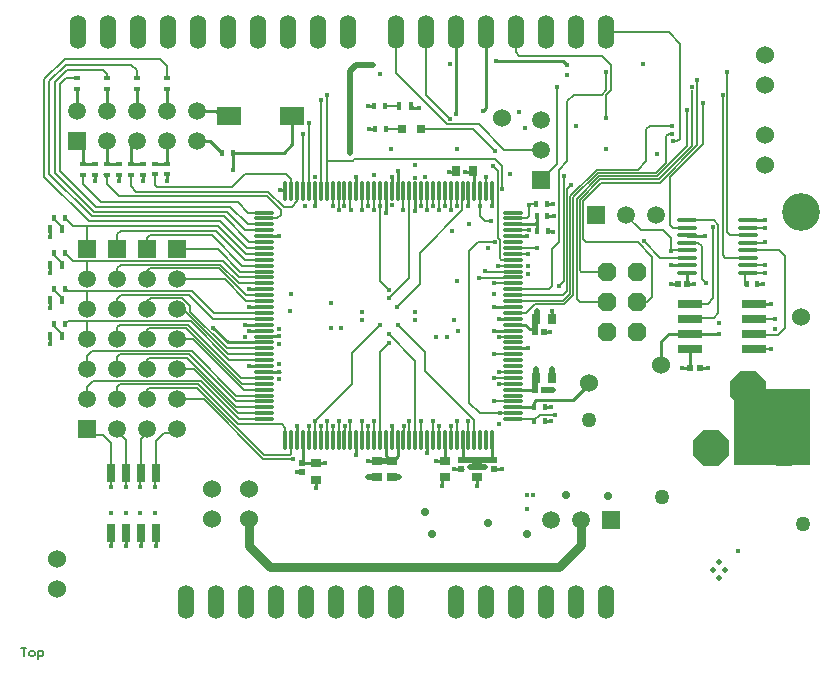
<source format=gtl>
%FSTAX25Y25*%
%MOIN*%
G70*
G01*
G75*
G04 Layer_Physical_Order=1*
G04 Layer_Color=255*
%ADD10O,0.07087X0.01181*%
%ADD11O,0.01181X0.07087*%
%ADD12O,0.07284X0.01378*%
%ADD13R,0.08071X0.02756*%
%ADD14R,0.01772X0.02165*%
%ADD15R,0.03150X0.03150*%
%ADD16R,0.01575X0.02559*%
%ADD17R,0.02992X0.06299*%
%ADD18R,0.07874X0.06299*%
%ADD19R,0.02047X0.02047*%
%ADD20R,0.02047X0.02047*%
%ADD21R,0.03543X0.02756*%
%ADD22R,0.02756X0.03543*%
%ADD23R,0.02165X0.01772*%
%ADD24C,0.01000*%
%ADD25C,0.00500*%
%ADD26C,0.03000*%
%ADD27C,0.00700*%
%ADD28C,0.02000*%
%ADD29C,0.00669*%
%ADD30C,0.00591*%
%ADD31R,0.25197X0.25197*%
%ADD32C,0.06000*%
%ADD33P,0.12784X8X202.5*%
%ADD34P,0.12784X8X292.5*%
%ADD35C,0.05906*%
%ADD36R,0.05906X0.05906*%
%ADD37R,0.05906X0.05906*%
%ADD38P,0.06711X8X292.5*%
%ADD39O,0.05600X0.11200*%
%ADD40C,0.12600*%
%ADD41C,0.01969*%
%ADD42C,0.01600*%
%ADD43C,0.05000*%
%ADD44C,0.01595*%
%ADD45C,0.02800*%
D10*
X0181124Y017101D02*
D03*
Y0172979D02*
D03*
Y0174947D02*
D03*
Y0176916D02*
D03*
Y0178884D02*
D03*
Y0180853D02*
D03*
Y0182821D02*
D03*
Y018479D02*
D03*
Y0186758D02*
D03*
Y0188727D02*
D03*
Y0190695D02*
D03*
Y0192664D02*
D03*
Y0194632D02*
D03*
Y0196601D02*
D03*
Y0198569D02*
D03*
Y0200538D02*
D03*
Y0202506D02*
D03*
Y0204475D02*
D03*
Y0206443D02*
D03*
Y0208412D02*
D03*
Y021038D02*
D03*
Y0212349D02*
D03*
Y0214317D02*
D03*
Y0216286D02*
D03*
Y0218254D02*
D03*
Y0220223D02*
D03*
Y0222191D02*
D03*
Y022416D02*
D03*
Y0226128D02*
D03*
Y0228097D02*
D03*
Y0230065D02*
D03*
Y0232034D02*
D03*
Y0234002D02*
D03*
Y0235971D02*
D03*
Y0237939D02*
D03*
Y0239908D02*
D03*
X0264194D02*
D03*
Y0237939D02*
D03*
Y0235971D02*
D03*
Y0234002D02*
D03*
Y0232034D02*
D03*
Y0230065D02*
D03*
Y0228097D02*
D03*
Y0226128D02*
D03*
Y022416D02*
D03*
Y0222191D02*
D03*
Y0220223D02*
D03*
Y0218254D02*
D03*
Y0216286D02*
D03*
Y0214317D02*
D03*
Y0212349D02*
D03*
Y021038D02*
D03*
Y0208412D02*
D03*
Y0206443D02*
D03*
Y0204475D02*
D03*
Y0202506D02*
D03*
Y0200538D02*
D03*
Y0198569D02*
D03*
Y0196601D02*
D03*
Y0194632D02*
D03*
Y0192664D02*
D03*
Y0190695D02*
D03*
Y0188727D02*
D03*
Y0186758D02*
D03*
Y018479D02*
D03*
Y0182821D02*
D03*
Y0180853D02*
D03*
Y0178884D02*
D03*
Y0176916D02*
D03*
Y0174947D02*
D03*
Y0172979D02*
D03*
Y017101D02*
D03*
D11*
X018821Y0246994D02*
D03*
X0190179D02*
D03*
X0192147D02*
D03*
X0194116D02*
D03*
X0196084D02*
D03*
X0198053D02*
D03*
X0200021D02*
D03*
X020199D02*
D03*
X0203958D02*
D03*
X0205927D02*
D03*
X0207895D02*
D03*
X0209864D02*
D03*
X0211832D02*
D03*
X0213801D02*
D03*
X0215769D02*
D03*
X0217738D02*
D03*
X0219706D02*
D03*
X0221675D02*
D03*
X0223643D02*
D03*
X0225612D02*
D03*
X022758D02*
D03*
X0229549D02*
D03*
X0231517D02*
D03*
X0233486D02*
D03*
X0235454D02*
D03*
X0237423D02*
D03*
X0239391D02*
D03*
X024136D02*
D03*
X0243328D02*
D03*
X0245297D02*
D03*
X0247265D02*
D03*
X0249234D02*
D03*
X0251202D02*
D03*
X0253171D02*
D03*
X0255139D02*
D03*
X0257108D02*
D03*
Y0163924D02*
D03*
X0255139D02*
D03*
X0253171D02*
D03*
X0251202D02*
D03*
X0249234D02*
D03*
X0247265D02*
D03*
X0245297D02*
D03*
X0243328D02*
D03*
X024136D02*
D03*
X0239391D02*
D03*
X0237423D02*
D03*
X0235454D02*
D03*
X0233486D02*
D03*
X0231517D02*
D03*
X0229549D02*
D03*
X022758D02*
D03*
X0225612D02*
D03*
X0223643D02*
D03*
X0221675D02*
D03*
X0219706D02*
D03*
X0217738D02*
D03*
X0215769D02*
D03*
X0213801D02*
D03*
X0211832D02*
D03*
X0209864D02*
D03*
X0207895D02*
D03*
X0205927D02*
D03*
X0203958D02*
D03*
X020199D02*
D03*
X0200021D02*
D03*
X0198053D02*
D03*
X0196084D02*
D03*
X0194116D02*
D03*
X0192147D02*
D03*
X0190179D02*
D03*
X018821D02*
D03*
D12*
X0321949Y0237392D02*
D03*
Y0234892D02*
D03*
Y0232392D02*
D03*
Y0229892D02*
D03*
Y0227392D02*
D03*
Y0224892D02*
D03*
Y0222392D02*
D03*
Y0219892D02*
D03*
X0342421Y0237392D02*
D03*
Y0234892D02*
D03*
Y0232392D02*
D03*
Y0229892D02*
D03*
Y0227392D02*
D03*
Y0224892D02*
D03*
Y0222392D02*
D03*
Y0219892D02*
D03*
D13*
X0323241Y0209506D02*
D03*
Y0204505D02*
D03*
Y0199505D02*
D03*
Y0194506D02*
D03*
X0344304Y0209506D02*
D03*
Y0204505D02*
D03*
Y0199505D02*
D03*
Y0194506D02*
D03*
D14*
X0217717Y0275492D02*
D03*
X022126D02*
D03*
X0221654Y0267717D02*
D03*
X021811D02*
D03*
X0114764Y0202756D02*
D03*
X0111221D02*
D03*
X0114764Y0214567D02*
D03*
X0111221D02*
D03*
X0114764Y0226378D02*
D03*
X0111221D02*
D03*
X0114764Y0238189D02*
D03*
X0111221D02*
D03*
X0170669Y0259744D02*
D03*
X0167126D02*
D03*
X0275343Y02426D02*
D03*
X02718D02*
D03*
X0274772Y01703D02*
D03*
X0271228D02*
D03*
X0274772Y0175D02*
D03*
X0271228D02*
D03*
X0272222Y02336D02*
D03*
X0275765D02*
D03*
X0275472Y02387D02*
D03*
X0271928D02*
D03*
X0345571Y0215945D02*
D03*
X0342028D02*
D03*
D15*
X0233465Y0267717D02*
D03*
X0226965D02*
D03*
D16*
X0230217Y0275492D02*
D03*
X0226083D02*
D03*
X0109744Y0234252D02*
D03*
X0113878D02*
D03*
Y0222441D02*
D03*
X0109744D02*
D03*
Y021063D02*
D03*
X0113878D02*
D03*
Y0198819D02*
D03*
X0109744D02*
D03*
D17*
X0145079Y0132913D02*
D03*
Y0152913D02*
D03*
X0140079Y0132913D02*
D03*
Y0152913D02*
D03*
X0135079Y0132913D02*
D03*
Y0152913D02*
D03*
X0130079Y0132913D02*
D03*
Y0152913D02*
D03*
D18*
X0190551Y0272047D02*
D03*
X0169291D02*
D03*
D19*
X0318924Y0215999D02*
D03*
X0322074D02*
D03*
X0326347Y0188206D02*
D03*
X0323198D02*
D03*
X0271325Y01808D02*
D03*
X0274475D02*
D03*
X0271425Y02002D02*
D03*
X0274575D02*
D03*
D20*
X02579Y0157475D02*
D03*
Y0154325D02*
D03*
X01939Y0156475D02*
D03*
Y0153325D02*
D03*
X02468Y0157475D02*
D03*
Y0154325D02*
D03*
D21*
X02236Y0157156D02*
D03*
Y0151644D02*
D03*
X01985Y0150844D02*
D03*
Y0156356D02*
D03*
X02522Y0151644D02*
D03*
Y0157156D02*
D03*
X02187Y0151644D02*
D03*
Y0157156D02*
D03*
X02414Y0151644D02*
D03*
Y0157156D02*
D03*
D22*
X0271644Y02043D02*
D03*
X0277156D02*
D03*
X0245144Y02539D02*
D03*
X0250656D02*
D03*
X0277156Y01849D02*
D03*
X0271644D02*
D03*
D23*
X01447Y02526D02*
D03*
Y0256143D02*
D03*
X01366Y02525D02*
D03*
Y0256043D02*
D03*
X01286Y0252528D02*
D03*
Y0256072D02*
D03*
X01206Y0252528D02*
D03*
Y0256072D02*
D03*
X01487Y02526D02*
D03*
Y0256143D02*
D03*
X01406Y02525D02*
D03*
Y0256043D02*
D03*
X01326Y0252528D02*
D03*
Y0256072D02*
D03*
X01246Y0252528D02*
D03*
Y0256072D02*
D03*
X01187Y0281228D02*
D03*
Y0284772D02*
D03*
X01287Y0281228D02*
D03*
Y0284772D02*
D03*
X01387Y0281228D02*
D03*
Y0284772D02*
D03*
X01487Y0281228D02*
D03*
Y0284772D02*
D03*
D24*
X0264194Y0235971D02*
X0264247Y0236024D01*
X0271924D02*
X0272Y02361D01*
X0264247Y0236024D02*
X0271924D01*
X0277522Y02336D02*
X0277559Y0233563D01*
X0275765Y02336D02*
X0277522D01*
X0275765D02*
X0275802Y0233563D01*
X0313583Y0189173D02*
Y0196949D01*
X0316139Y0199505D01*
X0323241D01*
X01587Y02738D02*
X0165176D01*
X0168701Y0270276D01*
X0190551Y0262598D02*
Y0272047D01*
X0187697Y0259744D02*
X0190551Y0262598D01*
X0170669Y0259744D02*
X0187697D01*
X0280807Y0290256D02*
X0282087Y0288976D01*
X0258366Y0290256D02*
X0280807D01*
X0215748Y0275492D02*
X0217717D01*
X0240514Y0148885D02*
Y0151841D01*
X024498Y029998D02*
X0245Y03D01*
X024498Y0272638D02*
Y029998D01*
X0250201Y0253445D02*
X0250656Y02539D01*
X0248228Y0253445D02*
X0250201D01*
X0230835Y0274874D02*
X0230906Y0274803D01*
X0230217Y0275492D02*
X0230835Y0274874D01*
X0230194Y0274899D02*
X0230835Y0274874D01*
X0230194Y0274899D02*
X0230194D01*
X0230118Y0274902D02*
X0230194Y0274899D01*
X0230906Y0274803D02*
X0232677D01*
X0322155Y0232185D02*
X0327953D01*
X0264194Y0232034D02*
X02686D01*
X0244591Y0253346D02*
X0245144Y02539D01*
X0242618Y0253346D02*
X0244591D01*
X0251202Y0253354D02*
X0251209Y0253346D01*
X0250656Y02539D02*
X0251202Y0253354D01*
X0254035Y0273819D02*
X025416D01*
X0255Y0274686D02*
Y03D01*
X0254146Y0273832D02*
X0255Y0274686D01*
X0254146Y0273832D02*
X025416Y0273819D01*
X0347923Y0237392D02*
X0347933Y0237402D01*
X0344346Y0209547D02*
X0350197D01*
X0323198Y0188206D02*
Y0194462D01*
X01487Y02738D02*
Y0281228D01*
X0316732Y0222441D02*
X0316781Y0222392D01*
X0321949D01*
X0342421Y0237392D02*
X0347923D01*
X0321949Y0232392D02*
X0322155Y0232185D01*
X0323198Y0194462D02*
X0323241Y0194506D01*
Y0199505D02*
X0332675D01*
X0332677Y0199508D01*
X0316776Y0215999D02*
X0318924D01*
X0316732Y0216043D02*
X0316776Y0215999D01*
X0322172Y0215802D02*
Y0219668D01*
X0321949Y0219892D02*
X0322172Y0219668D01*
X0324453Y0215999D02*
X0324508Y0215945D01*
X0322074Y0215999D02*
X0324453D01*
X0344304Y0209506D02*
X0344346Y0209547D01*
X0227358Y0267618D02*
X0227854D01*
X0216043Y0267717D02*
X021811D01*
X01939Y0156475D02*
X0194116Y0156691D01*
Y0163924D01*
X0174688Y0202496D02*
X0181113D01*
X01279Y0252647D02*
X01284Y0252147D01*
X01246Y02504D02*
Y0252528D01*
X01326Y02504D02*
Y0252528D01*
X01406Y0250372D02*
Y02525D01*
X01487Y0250472D02*
Y02526D01*
X01445Y02524D02*
X01447Y02526D01*
X01286Y0256072D02*
Y02633D01*
X01206Y0256072D02*
X01246D01*
X01286Y02633D02*
X01296Y02643D01*
X01286Y0256072D02*
X01326D01*
X01366Y0256043D02*
X01406D01*
X01447Y0256143D02*
X01487D01*
X01366Y0256043D02*
X01369Y0256343D01*
Y0262D02*
X01387Y02638D01*
X01369Y0256343D02*
Y0262D01*
X01389Y02636D02*
X01396Y02643D01*
X01487Y02634D02*
Y02638D01*
Y0256143D02*
Y02634D01*
X01496Y02643D01*
X01206Y0256072D02*
Y02619D01*
X01187Y02638D02*
X01206Y02619D01*
X01387Y02738D02*
Y0281228D01*
X01287Y02738D02*
Y0281228D01*
X01187Y02738D02*
Y0281228D01*
X02577Y02126D02*
Y02127D01*
X0274575Y02002D02*
X02764D01*
X0277156Y02043D02*
Y0207244D01*
X0259325Y0204475D02*
X0264194D01*
X0251202Y0246994D02*
Y0253354D01*
X0249234Y0242101D02*
Y0246994D01*
X0264194Y0180853D02*
X0271325D01*
X0270613Y0201013D02*
X02714Y0200225D01*
X0271425Y02002D02*
Y02002D01*
X0269587Y0201013D02*
X0270613D01*
X0268094Y0202506D02*
X0269587Y0201013D01*
X0264194Y0202506D02*
X0268094D01*
X0271272Y0180853D02*
X0271325Y01808D01*
X0256125Y01575D02*
X0257108Y0158483D01*
X02522Y01489D02*
Y0151644D01*
X0257108Y0158483D02*
Y0163924D01*
X0247265Y0158109D02*
Y0163924D01*
X0181154Y01986D02*
X01862D01*
X0181124Y0198569D02*
X0181154Y01986D01*
X01985Y0156356D02*
X0201544D01*
X0194019D02*
X01985D01*
X0223Y01575D02*
X0224302D01*
X0215744Y0157156D02*
X02187D01*
X02157Y01572D02*
X0215744Y0157156D01*
X02157Y0151688D02*
X0215744Y0151644D01*
X02578Y02005D02*
X0257838Y0200538D01*
X0264194D01*
X0221612Y0246974D02*
X0221633Y0246953D01*
X0231507Y0240559D02*
Y0246984D01*
X022557Y0247036D02*
X0225622D01*
Y025343D01*
X0187805Y02474D02*
X018821Y0246994D01*
X01865Y02474D02*
X0187805D01*
X0181124Y0186758D02*
X0186458D01*
X0180033D02*
X0181124D01*
X01762Y01888D02*
X0176273Y0188727D01*
X0181124D01*
X024136Y0163924D02*
X02414Y0163883D01*
Y0157156D02*
Y0163883D01*
X0238444Y0157156D02*
X02414D01*
X02384Y01572D02*
X0238444Y0157156D01*
X0224302Y01575D02*
X0225602Y01588D01*
X0221675Y0158825D02*
X0223Y01575D01*
X019195Y01533D02*
X0192D01*
X0191925Y0153325D02*
X01939D01*
X0191925D02*
X019195Y01533D01*
X0192147Y0163924D02*
Y0168817D01*
X0225602Y01588D02*
Y0163913D01*
X0221675Y0158825D02*
Y0163924D01*
X0223685Y0163965D02*
Y0168859D01*
X017623Y0214317D02*
X0181124D01*
X0235465Y01596D02*
Y0163934D01*
X0211811Y0163945D02*
X0211832Y0163924D01*
Y0246994D02*
Y0251888D01*
X0176198Y0200506D02*
X0181092D01*
X0176198Y020838D02*
X0181092D01*
X0264194Y0194632D02*
X0269088D01*
X0241297Y0247015D02*
X0241318Y0247036D01*
X0211811Y0159031D02*
Y0163945D01*
X0181155Y0232065D02*
X0186049D01*
X0257108Y0242101D02*
Y0246994D01*
X0257801Y0208443D02*
X0264163D01*
X0264194Y0208412D01*
X0326347Y0188206D02*
X0329072D01*
X0275343Y02426D02*
X0277572D01*
X0272Y02361D02*
Y0238628D01*
X0271928Y02387D02*
X0272Y0238628D01*
Y0233772D02*
Y02361D01*
X0271828Y02336D02*
X0272Y0233772D01*
X0275472Y02387D02*
X02777D01*
X0264247Y0175D02*
X0271228D01*
X0264194Y0174947D02*
X0264247Y0175D01*
X0274772D02*
X02769D01*
X0274772Y01703D02*
X02769D01*
X0260275Y0154325D02*
X02603Y01543D01*
X02574Y0154325D02*
X0260275D01*
X0244425D02*
X02473D01*
X02444Y015435D02*
X0244425Y0154325D01*
X0320472Y0188206D02*
X0323198D01*
X02216Y02397D02*
X0221685Y0239785D01*
Y0246984D01*
X02236Y0246954D02*
X0223602Y0246953D01*
X02236Y0246954D02*
Y02518D01*
X0198Y02422D02*
Y0246942D01*
X0198053Y0246994D01*
X0198425Y014813D02*
X01985Y0148205D01*
X0198425Y014813D02*
Y0150689D01*
X019813Y0150984D02*
X0198425Y0150689D01*
X01587Y02638D02*
X016307D01*
X0167126Y0259744D01*
X0170669Y0254134D02*
Y0259744D01*
X0164061Y0201476D02*
X0168936Y0196601D01*
X0181124D01*
X0109744Y0196161D02*
Y0198819D01*
Y0207972D02*
Y021063D01*
Y0219783D02*
Y0222441D01*
Y0231594D02*
Y0234252D01*
X0145079Y0128661D02*
Y0132913D01*
X0140079Y0128661D02*
Y0132913D01*
X0135079Y0128661D02*
Y0132913D01*
X0130079Y0128661D02*
Y0132913D01*
X0345571Y0215945D02*
X0347399D01*
X0271228Y0175D02*
Y0176839D01*
X027185Y0177461D01*
X0284055D01*
X029065Y0184055D01*
D25*
X0282228Y0277209D02*
X0284252Y0279232D01*
X0282228Y0256927D02*
Y0277209D01*
X0272933Y0172539D02*
X0278051D01*
X0271228Y0170835D02*
X0272933Y0172539D01*
X0271228Y01703D02*
Y0170835D01*
X0280853Y021038D02*
X0283181Y0212709D01*
X0281194Y0209252D02*
X0284221Y0212278D01*
X028526Y0211197D02*
X0286457Y021D01*
X0280853Y0212349D02*
X0282142Y0213638D01*
X0279429Y0215453D02*
X0281102Y0217126D01*
Y0251969D01*
X0309646Y0268799D02*
X0317224D01*
X0308465Y0267618D02*
X0309646Y0268799D01*
X0308465Y0256988D02*
Y0267618D01*
X0305709Y0254232D02*
X0308465Y0256988D01*
X0292028Y0254232D02*
X0305709D01*
X0283181Y0245386D02*
X0292028Y0254232D01*
X0316043Y026624D02*
X0317224D01*
X0315059Y0265256D02*
X0316043Y026624D01*
X0315059Y0256398D02*
Y0265256D01*
X0311713Y0253051D02*
X0315059Y0256398D01*
X0292316Y0253051D02*
X0311713D01*
X0284221Y0244955D02*
X0292316Y0253051D01*
X0313042Y024989D02*
X0325547Y0262395D01*
X0312612Y0250929D02*
X0323917Y0262235D01*
X0293565Y024989D02*
X0313042D01*
X0287339Y0243664D02*
X0293565Y024989D01*
X0293134Y0250929D02*
X0312612D01*
X0286299Y0244094D02*
X0293134Y0250929D01*
X0312181Y0251969D02*
X0322146Y0261933D01*
X0292704Y0251969D02*
X0312181D01*
X028526Y0244525D02*
X0292704Y0251969D01*
X0286299Y0220591D02*
X028689Y022D01*
X0282142Y0247693D02*
X0283366Y0248917D01*
X0282142Y0213638D02*
Y0247693D01*
X0286299Y0220591D02*
Y0244094D01*
X0287339Y0231165D02*
X0288484Y023002D01*
X0287339Y0231165D02*
Y0243664D01*
X028526Y0211197D02*
Y0244525D01*
X0284221Y0212278D02*
Y0244955D01*
X0283181Y0212709D02*
Y0245386D01*
X0264194Y017101D02*
X0264247Y0170958D01*
X0270571D01*
X0271228Y01703D01*
X0279331Y0229921D02*
Y0254029D01*
X0282228Y0256927D01*
X028689Y022D02*
X02955D01*
X0288484Y023002D02*
X030561D01*
X0264194Y0212349D02*
X0280853D01*
X027126Y0209252D02*
X0281194D01*
X0264194Y021038D02*
X0280853D01*
X0286457Y021D02*
X02955D01*
X0277165Y0227756D02*
X0279331Y0229921D01*
X030561Y023002D02*
X0310433Y0225197D01*
X0295177Y0286811D02*
Y028691D01*
Y028061D02*
Y0286811D01*
X0273524Y0250886D02*
X0278642Y0256004D01*
Y0281594D01*
X0293799Y0292126D02*
X029685Y0289075D01*
Y0280814D02*
Y0289075D01*
X029498Y0278943D02*
X029685Y0280814D01*
X0284252Y0279232D02*
X0293799D01*
X0295177Y028061D01*
X029498Y0271358D02*
Y0278943D01*
X0277165Y0215354D02*
Y0227756D01*
X0276128Y0214317D02*
X0277165Y0215354D01*
X0264194Y0214317D02*
X0276128D01*
X0266142Y0292126D02*
X0293799D01*
X0258071Y0257776D02*
X0260531Y0255315D01*
X021121Y0257776D02*
X0258071D01*
X0210594Y0257159D02*
X021121Y0257776D01*
X020199Y0257459D02*
X0202289Y0257159D01*
X0210594D01*
X0250682Y0267717D02*
X0257722Y0260677D01*
X0233465Y0267717D02*
X0250682D01*
X0322146Y0261933D02*
Y0273917D01*
X0325492Y0284154D02*
X0325547Y0284098D01*
Y0262395D02*
Y0284098D01*
X0323917Y0262235D02*
Y0280906D01*
X0310433Y0211713D02*
Y0225197D01*
X030872Y021D02*
X0310433Y0211713D01*
X03055Y021D02*
X030872D01*
X0335531Y0286713D02*
X0335546Y0286698D01*
Y0233253D02*
Y0286698D01*
Y0233253D02*
X0336407Y0232392D01*
X0333957Y0225787D02*
Y0279134D01*
Y0225787D02*
X0334852Y0224892D01*
X0336407Y0232392D02*
X0342421D01*
X0334852Y0224892D02*
X0342421D01*
X0354641Y0201491D02*
Y0225462D01*
X0352348Y0199198D02*
X0354641Y0201491D01*
X035271Y0227392D02*
X0354641Y0225462D01*
X02694Y0242224D02*
X0269776Y02426D01*
X025315Y0238681D02*
Y0242126D01*
Y0238681D02*
X0254823Y0237008D01*
X0256594D01*
X0258942Y0231506D02*
Y025378D01*
X0257395Y0255327D02*
X0258942Y025378D01*
X0260531Y0247736D02*
Y0255315D01*
X0258942Y0231506D02*
X0259673Y0230776D01*
Y0229459D02*
Y0230776D01*
X0259646Y0229432D02*
X0259673Y0229459D01*
X020199Y0246994D02*
Y0279035D01*
X02Y0247016D02*
Y0277362D01*
X0196063Y0247016D02*
Y0269783D01*
X0194177Y0247056D02*
Y0266027D01*
X0257972Y0260433D02*
X0257998D01*
X0257395Y0255327D02*
Y0255623D01*
X0195965Y0269685D02*
X0196063Y0269587D01*
X0195965Y0269685D02*
X0196063Y0269783D01*
Y0247016D02*
X0196084Y0246994D01*
X02Y0247016D02*
X0200021Y0246994D01*
X0194116D02*
X0194177Y0247056D01*
X0327067Y0217815D02*
Y022874D01*
Y0217815D02*
X0328346Y0216535D01*
X0268451Y0206443D02*
X027126Y0209252D01*
X0264194Y0206443D02*
X0268451D01*
X0259646Y0224705D02*
Y0229432D01*
Y0224705D02*
X0260191Y022416D01*
X0264194D01*
X0258066Y02301D02*
X0258084Y0230118D01*
X02523Y02301D02*
X0258066D01*
X0265Y0293268D02*
X0266142Y0292126D01*
X0265Y0293268D02*
Y03D01*
X0264149Y0218209D02*
X0264194Y0218254D01*
X0252756Y0218209D02*
X0264149D01*
X02494Y01765D02*
Y02272D01*
Y01765D02*
X0252921Y0172979D01*
X02494Y02272D02*
X02523Y02301D01*
X0342421Y0227392D02*
X035271D01*
X0269776Y02426D02*
X02718D01*
X02694Y02388D02*
Y0242224D01*
X0325915Y0229892D02*
X0327067Y022874D01*
X0321949Y0229892D02*
X0325915D01*
X0341545Y0215758D02*
Y0219892D01*
X0341437Y021565D02*
X0341545Y0215758D01*
X0344611Y0199198D02*
X0352348D01*
X0344304Y0199505D02*
X0344611Y0199198D01*
X0347923Y0219892D02*
X0347933Y0219882D01*
X0342421Y0219892D02*
X0347923D01*
X035018Y0194506D02*
X0350197Y0194488D01*
X0344304Y0194506D02*
X035018D01*
X014311Y0221457D02*
X0165945D01*
X01422Y0220547D02*
X014311Y0221457D01*
X01422Y02176D02*
Y0220547D01*
X0153742Y0211417D02*
X0156496Y0208663D01*
Y0206791D02*
Y0208663D01*
Y0206791D02*
X0168655Y0194632D01*
X0158661Y0181398D02*
X0181004Y0159055D01*
X01222Y0223578D02*
X0122343Y0223721D01*
X01222Y02176D02*
Y0223578D01*
X0122047Y02036D02*
X01222Y0203447D01*
Y01976D02*
Y0203447D01*
X0180774Y0157809D02*
X0190691D01*
X0181004Y0159055D02*
X0189855D01*
X0160983Y01776D02*
X0180774Y0157809D01*
X0196Y0164008D02*
X0196084Y0163924D01*
X0196Y0164008D02*
Y01688D01*
X0190179Y0159379D02*
Y0163924D01*
X018821D02*
Y016819D01*
X0187114Y0169286D02*
X018821Y016819D01*
X01422Y01776D02*
Y01808D01*
X01322Y01776D02*
Y01817D01*
X01222Y01776D02*
Y01818D01*
X0164457Y0206443D02*
X0181124D01*
X01422Y01876D02*
Y01909D01*
X01322Y01876D02*
Y019185D01*
X01222Y01876D02*
Y01921D01*
X0181071Y01808D02*
X0181124Y0180853D01*
X01422Y01976D02*
Y02008D01*
X0180228Y0180853D02*
X0181124D01*
X01322Y01976D02*
Y02016D01*
X01422Y02076D02*
Y02103D01*
X01222Y02076D02*
Y0213547D01*
X0172846Y0218254D02*
X0181124D01*
X01322Y02176D02*
Y022145D01*
X025932Y0198569D02*
X0264194D01*
X02627Y01984D02*
X0264194D01*
Y0198569D02*
X0264225Y01986D01*
X0227549Y0240601D02*
Y0247026D01*
X0227539Y0247036D02*
X0227549Y0247026D01*
X0235413Y0247036D02*
X023545Y0246999D01*
Y0240628D02*
Y0246999D01*
X0235423Y0240601D02*
X023545Y0240628D01*
X0233424Y02421D02*
X02339D01*
X0233423Y0242101D02*
X0233424Y02421D01*
X0223602Y0246953D02*
X0223612Y0246963D01*
X0231565Y0163971D02*
Y0190554D01*
X0231459Y0163982D02*
X0231517Y0163924D01*
X0219659Y0163971D02*
X0219706Y0163924D01*
X0200063Y0163965D02*
Y0168859D01*
X0200021Y0163924D02*
X0200063Y0163965D01*
X0202Y0163934D02*
Y0170359D01*
X020199Y0163924D02*
X0202Y0163934D01*
X0203937Y0163945D02*
Y0168859D01*
Y0163945D02*
X0203958Y0163924D01*
X0205937Y0163934D02*
Y0170359D01*
X0205927Y0163924D02*
X0205937Y0163934D01*
X0207937Y0163965D02*
Y0168859D01*
X0207895Y0163924D02*
X0207937Y0163965D01*
X0209874Y0163934D02*
Y0170359D01*
X0209864Y0163924D02*
X0209874Y0163934D01*
X0213811Y0163934D02*
Y0170359D01*
X0213801Y0163924D02*
X0213811Y0163934D01*
X0215811Y0163965D02*
Y0168859D01*
X0215769Y0163924D02*
X0215811Y0163965D01*
X0217748Y0163934D02*
Y0170359D01*
X0217738Y0163924D02*
X0217748Y0163934D01*
X0227622Y0163965D02*
Y0168859D01*
X022758Y0163924D02*
X0227622Y0163965D01*
X0229559Y0163934D02*
Y0170359D01*
X0229549Y0163924D02*
X0229559Y0163934D01*
X0233496D02*
Y0170359D01*
X0233486Y0163924D02*
X0233496Y0163934D01*
X0237433Y0163934D02*
Y0170359D01*
X0237423Y0163924D02*
X0237433Y0163934D01*
X0239433Y0163965D02*
Y0168859D01*
X0239391Y0163924D02*
X0239433Y0163965D01*
X0243307Y0163945D02*
Y0168859D01*
Y0163945D02*
X0243328Y0163924D01*
X0245307Y0163934D02*
Y0170359D01*
X0245297Y0163924D02*
X0245307Y0163934D01*
X0249244Y0163934D02*
Y0170359D01*
X0249234Y0163924D02*
X0249244Y0163934D01*
X0247224Y0247036D02*
X0247234Y0247026D01*
X0245255Y0247036D02*
X0245297Y0246994D01*
Y0242101D02*
Y0246994D01*
X0243287Y0247036D02*
X0243297Y0247026D01*
X023935Y0247036D02*
X023936Y0247026D01*
X0237381Y0247036D02*
X0237423Y0246994D01*
Y0242101D02*
Y0246994D01*
X0229507Y0247036D02*
X0229549Y0246994D01*
X0219665Y0247036D02*
X0219675Y0247026D01*
X0217696Y0247036D02*
X0217738Y0246994D01*
X0215728Y0247036D02*
X0215738Y0247026D01*
X0213738Y0247015D02*
X0213759Y0247036D01*
X021179D02*
X0211801Y0247026D01*
X0209822Y0247036D02*
X0209864Y0246994D01*
X0219706Y0242101D02*
Y0246994D01*
X0207895Y0242101D02*
Y0246994D01*
X0243297Y0240601D02*
Y0247026D01*
X0241402Y0242059D02*
Y0246953D01*
X023936Y0240601D02*
Y0247026D01*
X0233423Y0242101D02*
Y0247015D01*
X0217769Y0240601D02*
Y0247026D01*
X0215832Y0242101D02*
Y0247015D01*
X0213832Y0240601D02*
Y0247026D01*
X0209895Y0240601D02*
Y0247026D01*
X0205958Y0240601D02*
Y0247026D01*
X0204021Y0242101D02*
Y0247015D01*
X0225583Y0208365D02*
X02332Y0215982D01*
Y0226567D01*
X0247234Y0240601D01*
Y0247026D01*
X0225612Y0202465D02*
X02347Y0193376D01*
Y01872D02*
Y0193376D01*
Y01872D02*
X0251202Y0170698D01*
Y0163924D02*
Y0170698D01*
X0198063Y0163934D02*
Y0170359D01*
X02105Y0193224D02*
X0219712Y0202435D01*
X02105Y0182796D02*
Y0193224D01*
X0198063Y0170359D02*
X02105Y0182796D01*
X0219706Y0217194D02*
Y0242101D01*
Y0217194D02*
X0222659Y0214241D01*
X0229549Y0218231D02*
Y0246994D01*
X0222659Y0211341D02*
X0229549Y0218231D01*
X0219659Y0193559D02*
X0222659Y0196559D01*
X0219659Y0163971D02*
Y0193559D01*
X0222659Y0199459D02*
X0231565Y0190554D01*
X0259259Y0186717D02*
X0264153D01*
X0257801Y0184821D02*
X0264226D01*
X0259301Y0182821D02*
X0264194D01*
X0257769Y0176916D02*
X0264194D01*
X0257769Y0216286D02*
X0264194D01*
X0264283Y0238028D02*
X0268628D01*
X02694Y02388D01*
X0252921Y0172979D02*
X0264194D01*
X0259055Y0222191D02*
X0264194D01*
Y0222254D02*
X0264215D01*
X01522Y01776D02*
X0160983D01*
X01522Y01876D02*
X0157676D01*
X0172297Y0172979D01*
X0181124D01*
X0172691Y017101D02*
X0181124D01*
X0171903Y0178884D02*
X0181124D01*
X01522Y01976D02*
X0157518D01*
X0174318Y01808D01*
X0181071D01*
X0122047Y02036D02*
X0156636D01*
X0169541Y0190695D01*
X0181124D01*
X0190691Y0157809D02*
X01908Y01577D01*
X01422Y01909D02*
X0142835Y0191535D01*
X01572Y02137D02*
X0164457Y0206443D01*
X0115631Y02137D02*
X01572D01*
X0171903Y0174947D02*
X0181124D01*
X0142835Y0191535D02*
X0155315D01*
X0171903Y0174947D01*
X0171903Y0176916D02*
X0181124D01*
X0156102Y0192717D02*
X0171903Y0176916D01*
X01322Y019185D02*
X0133066Y0192717D01*
X0156102D01*
X0172789Y0216286D02*
X0181124D01*
X01322Y022145D02*
X0133289Y0222539D01*
X0166535D01*
X0172789Y0216286D01*
X0165945Y0221457D02*
X0175053Y0212349D01*
X0181124D01*
X01522Y02176D02*
X016803D01*
X017525Y021038D01*
X0181124D01*
X0122343Y0223721D02*
X0167379D01*
X0172846Y0218254D01*
X01422Y02103D02*
X0143317Y0211417D01*
X0164128Y0204475D02*
X0181124D01*
X01322Y02076D02*
Y0211235D01*
X0133465Y02125D01*
X0156102D01*
X0164128Y0204475D01*
X0173773Y0182821D02*
X0181124D01*
X0173478Y018479D02*
X0181124D01*
X01422Y02008D02*
X0142876Y0201476D01*
X0155118D01*
X0173773Y0182821D01*
X01322Y02016D02*
X0133159Y0202559D01*
X0155709D01*
X0173478Y018479D01*
X01222Y01921D02*
X0123899Y0193799D01*
X0156988D01*
X0171903Y0178884D01*
X0189855Y0159055D02*
X0190179Y0159379D01*
X0172348Y0169286D02*
X0187114D01*
X01422Y01808D02*
X0142798Y0181398D01*
X0158661D01*
X01222Y01818D02*
X012416Y018376D01*
X0159941D01*
X0172691Y017101D01*
X01322Y01817D02*
X0133177Y0182677D01*
X0158957D01*
X0172348Y0169286D01*
X0209895Y0240601D02*
X0209941Y0240647D01*
Y0240748D01*
X01522Y02076D02*
X0154113D01*
X0169049Y0192664D01*
X0181124D01*
X0168655Y0194632D02*
X0181124D01*
X0143317Y0211417D02*
X0153742D01*
X0114764Y0202756D02*
X0115608Y02036D01*
X0122047D01*
X0113878Y0198819D02*
Y0199508D01*
X0111221Y0202165D02*
X0113878Y0199508D01*
X0111221Y0202165D02*
Y0202756D01*
Y0213976D02*
X0113878Y0211319D01*
X0111221Y0225787D02*
X0113878Y022313D01*
X0111221Y0237598D02*
X0113878Y0234941D01*
X0114764Y0214567D02*
X0115631Y02137D01*
X0114764Y0226378D02*
X0117421Y0223721D01*
X0122343D01*
X01322Y0167013D02*
Y01676D01*
Y0167013D02*
X0135079Y0164134D01*
Y0152913D02*
Y0164134D01*
X0140079Y0152913D02*
Y0164488D01*
X01422Y0166609D02*
Y01676D01*
X0140079Y0164488D02*
X01422Y0166609D01*
X0135039Y0148425D02*
X0135079Y0148465D01*
Y0148425D02*
Y0152913D01*
X0139764Y0148425D02*
Y0152598D01*
X0140079Y0152913D01*
X01Y0094768D02*
X0101866D01*
X0100933D01*
Y0091969D01*
X0103266D02*
X0104199D01*
X0104665Y0092435D01*
Y0093368D01*
X0104199Y0093835D01*
X0103266D01*
X0102799Y0093368D01*
Y0092435D01*
X0103266Y0091969D01*
X0105598Y0091035D02*
Y0093835D01*
X0106998D01*
X0107464Y0093368D01*
Y0092435D01*
X0106998Y0091969D01*
X0105598D01*
D26*
X0279254Y0121653D02*
X02867Y01291D01*
X0183071Y0121653D02*
X0279254D01*
X0175984Y012874D02*
X0183071Y0121653D01*
X02867Y01291D02*
Y01375D01*
X0175984Y012874D02*
Y0137795D01*
D27*
X0261122Y0260728D02*
X0273366D01*
X0235Y0279087D02*
Y03D01*
Y0279087D02*
X0242925Y0271161D01*
X0317471Y0234892D02*
X0321949D01*
X0316535Y0235827D02*
X0317471Y0234892D01*
X0316535Y0235827D02*
Y0251772D01*
X0327362Y0262598D01*
X0273819Y0261181D02*
X0274508Y0260492D01*
X0225Y0286355D02*
X0242104Y0269251D01*
X0225Y0286355D02*
Y03D01*
X0242104Y0269251D02*
X0252599D01*
X0273366Y0260728D02*
X0273524Y0260886D01*
X0252599Y0269251D02*
X0261122Y0260728D01*
X0327362Y0262598D02*
Y0276378D01*
X0315945Y03D02*
X0319767Y0296178D01*
Y0264551D02*
Y0296178D01*
X0318898Y0263681D02*
X0319767Y0264551D01*
X0317323Y0263681D02*
X0318898D01*
X0295Y03D02*
X0315945D01*
X0314075Y0234055D02*
X0316634Y0231496D01*
X0306634Y0234055D02*
X0314075D01*
X0301575Y0239114D02*
X0306634Y0234055D01*
X0331004Y0237392D02*
X0332567Y0235828D01*
Y0206386D02*
Y0235828D01*
X0330807Y0211319D02*
Y0234842D01*
X0316634Y0227165D02*
Y0231496D01*
Y0227165D02*
X031686Y0227392D01*
X0321949D01*
X025315Y0246973D02*
X0253171Y0246994D01*
X025315Y0242126D02*
Y0246973D01*
X0328994Y0209506D02*
X0330807Y0211319D01*
X0323241Y0209506D02*
X0328994D01*
X0331079Y0204898D02*
X0332567Y0206386D01*
X0323633Y0204898D02*
X0331079D01*
X0255118Y0247016D02*
Y0251673D01*
Y0247016D02*
X0255139Y0246994D01*
X0243012Y0271163D02*
Y0271358D01*
X0242925Y0271076D02*
X0243012Y0271163D01*
X0254679Y0220223D02*
X0264194D01*
X0254626Y0220276D02*
X0254679Y0220223D01*
X0321949Y0237392D02*
X0331004D01*
X0330709Y0234941D02*
X0330807Y0234842D01*
X0342421Y0234892D02*
X0342471Y0234842D01*
X0347933D01*
X0257801Y0192695D02*
X0264226D01*
X0323241Y0204505D02*
X0323633Y0204898D01*
X0344304Y0204505D02*
X0344326Y0204528D01*
X0351378D01*
X0301634Y0239173D02*
X0302575Y0238232D01*
X0301575Y0239114D02*
X0301634Y0239173D01*
D28*
X0211811Y0289173D02*
X0217421D01*
X0209646Y0287008D02*
X0211811Y0289173D01*
X0209646Y0259646D02*
Y0287008D01*
X0209646Y0259646D02*
X0209646Y0259646D01*
X0271325Y0180853D02*
Y0184581D01*
X02714Y0204056D02*
X0271949Y0204232D01*
X02714Y0200225D02*
Y0204056D01*
X0271949Y0204232D02*
Y0207176D01*
X0274475Y01808D02*
X0277464D01*
X0277156Y01849D02*
Y0187889D01*
X0271325Y0184581D02*
X0271644Y01849D01*
Y0187889D01*
X0249644Y0155156D02*
X02522D01*
X0254756D01*
X0251881Y0157475D02*
X02579D01*
X02468D02*
X0251881D01*
X02522Y0157156D01*
Y0155156D02*
Y0157156D01*
X0215744Y0151644D02*
X02187D01*
X0226044Y0151644D02*
X02261Y01517D01*
X02236Y0151644D02*
X0226044D01*
X02187Y0157156D02*
X02236D01*
D29*
X0313199Y0224892D02*
X0321949D01*
X0307776Y0230315D02*
X0313199Y0224892D01*
X0264247Y0234055D02*
X0269488D01*
X0264194Y0228097D02*
X0272082D01*
X0264194Y0234002D02*
X0264247Y0234055D01*
X0347884Y0222392D02*
X0347933Y0222342D01*
X0342421Y0222392D02*
X0347884D01*
X0347581Y0229892D02*
X0347933Y0230244D01*
X0342421Y0229892D02*
X0347581D01*
X022726Y0267717D02*
X0227358Y0267618D01*
X0221654Y0267717D02*
X022726D01*
X022126Y0275492D02*
X0226083D01*
X0122736Y0237008D02*
X0166535D01*
X0107874Y025187D02*
X0122736Y0237008D01*
X0123622Y0238583D02*
X0167717D01*
X0109565Y0252639D02*
X0123622Y0238583D01*
X0166535Y0237008D02*
X0175446Y0228097D01*
X0167717Y0238583D02*
X0176234Y0230065D01*
X01222Y02276D02*
Y0235433D01*
X0121063Y0228737D02*
X01222Y02276D01*
X01322D02*
Y02327D01*
X01447Y0249D02*
Y02526D01*
X01366Y02488D02*
Y02525D01*
X01463Y02911D02*
X01487Y02887D01*
X0175677Y0239908D02*
X0181124D01*
X01206Y02493D02*
Y0252528D01*
X01748Y02528D02*
X0188579D01*
X0190179Y0246994D02*
Y02512D01*
X0188579Y02528D02*
X0190179Y02512D01*
X0192147Y0243647D02*
Y0246994D01*
X0190331Y0241831D02*
X0192147Y0243647D01*
X0181124Y0237939D02*
X0185539D01*
X01867Y02391D01*
X01286Y02493D02*
Y0252528D01*
X01387Y0284772D02*
Y02873D01*
X01487Y0284772D02*
Y02887D01*
X01274Y02875D02*
X01287Y02862D01*
Y0284772D02*
Y02862D01*
X0264194Y0226128D02*
X0269159D01*
X01522Y02276D02*
X0165707D01*
X0173084Y0220223D01*
X0181124D01*
X0173872Y0222191D02*
X0181124D01*
X0174659Y022416D02*
X0181124D01*
X0175053Y0226128D02*
X0181124D01*
X0163779Y0232283D02*
X0173872Y0222191D01*
X01322Y02327D02*
X0133358Y0233858D01*
X0164961D01*
X0174659Y022416D01*
X0165748Y0235433D02*
X0175053Y0226128D01*
X01206Y02493D02*
X0126593Y0243307D01*
X0172277D01*
X0175677Y0239908D01*
X01447Y0249D02*
X0145275Y0248425D01*
X0170425D01*
X01748Y02528D01*
X01366Y02488D02*
X013855Y024685D01*
X01286Y02493D02*
X0132624Y0245276D01*
X01114Y0253167D02*
X0124409Y0240158D01*
X01131Y0253829D02*
X0125197Y0241732D01*
X0175446Y0228097D02*
X0181124D01*
X0176234Y0230065D02*
X0181124D01*
X0124409Y0240158D02*
X0168602D01*
X0174758Y0234002D01*
X0181124D01*
X0125197Y0241732D02*
X0169882D01*
X0175643Y0235971D01*
X0181124D01*
X0136827Y0289173D02*
X01387Y02873D01*
X013855Y024685D02*
X0182579D01*
X0187598Y0241831D01*
X01422Y02276D02*
Y0231275D01*
X0143209Y0232283D01*
X0163779D01*
X0132624Y0245276D02*
X0182185D01*
X01867Y0240761D01*
Y02391D02*
Y0240761D01*
X0187598Y0241831D02*
X0190331D01*
X0114764Y0238189D02*
X011752Y0235433D01*
X01222D01*
X0165748D01*
X0144882Y0148425D02*
Y0152717D01*
X0145079Y0152913D01*
X01131Y0253829D02*
Y0282884D01*
X0114988Y0284772D01*
X01187D01*
X0107874Y025187D02*
Y0284252D01*
X0114722Y02911D01*
X01463D01*
X0109565Y0252639D02*
Y0283778D01*
X0114961Y0289173D01*
X0136827D01*
X01114Y0253167D02*
Y0283546D01*
X0115354Y02875D01*
X01274D01*
D30*
X0130079Y0152756D02*
Y0163228D01*
X0145079Y0152717D02*
Y0163779D01*
X0147638Y0166339D01*
X0150939D01*
X01522Y01676D01*
X0129921Y0148425D02*
Y0152756D01*
X01222Y01676D02*
X0124052Y0165748D01*
X0127559D01*
X0130079Y0163228D01*
D31*
X0350394Y0168504D02*
D03*
D32*
X0313583Y0189173D02*
D03*
X0175984Y0147795D02*
D03*
Y0137795D02*
D03*
X0289469Y0183169D02*
D03*
X0260531Y0271358D02*
D03*
X0112205Y0124409D02*
D03*
Y0114409D02*
D03*
X034813Y029252D02*
D03*
Y028252D02*
D03*
Y0265787D02*
D03*
Y0255787D02*
D03*
X0163863Y0147833D02*
D03*
Y0137833D02*
D03*
X036Y0205D02*
D03*
D33*
X0354331Y0161417D02*
D03*
X0329921D02*
D03*
D34*
X034252Y0181102D02*
D03*
D35*
X01587Y02738D02*
D03*
Y02638D02*
D03*
X01487Y02738D02*
D03*
Y02638D02*
D03*
X01387Y02738D02*
D03*
Y02638D02*
D03*
X01287Y02738D02*
D03*
Y02638D02*
D03*
X01187Y02738D02*
D03*
X01322Y01776D02*
D03*
Y01876D02*
D03*
Y01976D02*
D03*
Y02076D02*
D03*
Y02176D02*
D03*
Y01676D02*
D03*
X01422D02*
D03*
X01522D02*
D03*
X02767Y01375D02*
D03*
X02867D02*
D03*
X01222Y02176D02*
D03*
Y02076D02*
D03*
Y01976D02*
D03*
Y01876D02*
D03*
Y01776D02*
D03*
X0273524Y0270886D02*
D03*
Y0260886D02*
D03*
X0301634Y0239173D02*
D03*
X0311634D02*
D03*
X01422Y01776D02*
D03*
Y01876D02*
D03*
Y01976D02*
D03*
Y02076D02*
D03*
Y02176D02*
D03*
X01522D02*
D03*
Y02076D02*
D03*
Y01976D02*
D03*
Y01876D02*
D03*
Y01776D02*
D03*
D36*
X01187Y02638D02*
D03*
X01222Y01676D02*
D03*
X02967Y01375D02*
D03*
X0291634Y0239173D02*
D03*
D37*
X01322Y02276D02*
D03*
X01222D02*
D03*
X0273524Y0250886D02*
D03*
X01422Y02276D02*
D03*
X01522D02*
D03*
D38*
X0305394Y0199941D02*
D03*
X0295394D02*
D03*
X0305394Y0209941D02*
D03*
X0295394D02*
D03*
X0305394Y0219941D02*
D03*
X0295394D02*
D03*
D39*
X0209Y03D02*
D03*
X0199D02*
D03*
X0189D02*
D03*
X0179D02*
D03*
X0169D02*
D03*
X0159D02*
D03*
X0149D02*
D03*
X0139D02*
D03*
X0129D02*
D03*
X0119D02*
D03*
X0225Y011D02*
D03*
X0215D02*
D03*
X0205D02*
D03*
X0195D02*
D03*
X0185D02*
D03*
X0175D02*
D03*
X0165D02*
D03*
X0155D02*
D03*
X0245D02*
D03*
X0255D02*
D03*
X0265D02*
D03*
X0275D02*
D03*
X0285D02*
D03*
X0295D02*
D03*
Y03D02*
D03*
X0285D02*
D03*
X0275D02*
D03*
X0265D02*
D03*
X0255D02*
D03*
X0245D02*
D03*
X0235D02*
D03*
X0225D02*
D03*
D40*
X036Y024D02*
D03*
D41*
X0334668Y01207D02*
D03*
X0330732D02*
D03*
X03327Y0123456D02*
D03*
Y0117944D02*
D03*
D42*
X02686Y0232D02*
D03*
X0277559Y0233563D02*
D03*
X0279429Y0215453D02*
D03*
X0281102Y0251969D02*
D03*
X0278051Y0172539D02*
D03*
X0285138Y0268799D02*
D03*
X0278642Y0281594D02*
D03*
X0295177Y0286811D02*
D03*
X0258366Y0290256D02*
D03*
X0282087Y0288976D02*
D03*
X0217421Y0289173D02*
D03*
X0209646Y0259646D02*
D03*
X0307579Y0289272D02*
D03*
X029498Y0261122D02*
D03*
X0223425Y0261122D02*
D03*
X024311Y0289272D02*
D03*
X0243652Y0233908D02*
D03*
X0215748Y0275492D02*
D03*
X024498Y0272638D02*
D03*
X0322146Y0273917D02*
D03*
X0325492Y0284154D02*
D03*
X0323917Y0281594D02*
D03*
X0327362Y0276378D02*
D03*
X0283366Y0248917D02*
D03*
X0335531Y0286713D02*
D03*
X0333957Y0279134D02*
D03*
X0317323Y0263681D02*
D03*
X0316634Y0227165D02*
D03*
X026939Y024252D02*
D03*
X025315Y0242126D02*
D03*
X0256594Y0237008D02*
D03*
X0260531Y0247736D02*
D03*
X026309Y0252854D02*
D03*
X0248228Y0253445D02*
D03*
X0268012Y0268209D02*
D03*
X0201969Y0279035D02*
D03*
X0257395Y0255327D02*
D03*
X0317224Y026624D02*
D03*
Y0268799D02*
D03*
X0272Y02361D02*
D03*
X0269488Y0234055D02*
D03*
X0269159Y0226128D02*
D03*
X0257972Y0260433D02*
D03*
X0242925Y0271076D02*
D03*
X0196063Y0269587D02*
D03*
X02Y0277362D02*
D03*
X0194177Y0266027D02*
D03*
X0312205Y0259252D02*
D03*
X02777Y02387D02*
D03*
X02764Y02002D02*
D03*
X0257108Y0242101D02*
D03*
X0255118Y0251673D02*
D03*
X0258084Y0230118D02*
D03*
X0242618Y0253346D02*
D03*
X0254035Y0273819D02*
D03*
X0245276Y0261122D02*
D03*
X029498Y0271358D02*
D03*
X0234646Y025187D02*
D03*
X0252756Y0218209D02*
D03*
X0254626Y0220276D02*
D03*
X0245276Y0216929D02*
D03*
X0249375Y0236175D02*
D03*
X0269094Y0219291D02*
D03*
X0347933Y0237402D02*
D03*
Y0234842D02*
D03*
X0282185Y0285827D02*
D03*
X0232677Y0274803D02*
D03*
X0219685Y0286024D02*
D03*
X0330709Y0234941D02*
D03*
X0328346Y0216535D02*
D03*
X0350197Y0209547D02*
D03*
X0320472Y0188206D02*
D03*
X0316732Y0222441D02*
D03*
X0347933Y0219882D02*
D03*
Y0222342D02*
D03*
X0307776Y0230315D02*
D03*
X0347933Y0229921D02*
D03*
X0327953Y0232185D02*
D03*
X0351378Y0204528D02*
D03*
X0351476Y0201181D02*
D03*
X0332677Y0199508D02*
D03*
X0316732Y0216043D02*
D03*
X0324508Y0215945D02*
D03*
X0350197Y0194488D02*
D03*
X0265945Y0273425D02*
D03*
X0216043Y0267717D02*
D03*
X0196Y01688D02*
D03*
X01747Y01985D02*
D03*
X01487Y0250472D02*
D03*
X01246Y02504D02*
D03*
X01326D02*
D03*
X01406Y0250372D02*
D03*
X02577Y02127D02*
D03*
X0277156Y0207244D02*
D03*
X0259325Y0204475D02*
D03*
X0249234Y0242101D02*
D03*
X0271949Y0207176D02*
D03*
X025932Y0198569D02*
D03*
X0277464Y01808D02*
D03*
X0277156Y0187889D02*
D03*
X0271644D02*
D03*
X02522Y01489D02*
D03*
X0235465Y01596D02*
D03*
X0249644Y0155156D02*
D03*
X0254756D02*
D03*
X01862Y01986D02*
D03*
Y02011D02*
D03*
Y0186758D02*
D03*
Y0184419D02*
D03*
X01897Y0207125D02*
D03*
X019Y02127D02*
D03*
X02261Y01517D02*
D03*
X0201544Y0156356D02*
D03*
X02157Y01572D02*
D03*
Y0151688D02*
D03*
X02691Y02222D02*
D03*
X0245719Y02005D02*
D03*
X02578Y02005D02*
D03*
X0227549Y0240601D02*
D03*
X0231525Y0251465D02*
D03*
X0198Y02517D02*
D03*
X0233424Y02421D02*
D03*
X02314Y02558D02*
D03*
X01948Y02421D02*
D03*
X01865Y02474D02*
D03*
X0225622Y0253625D02*
D03*
X01862Y0196219D02*
D03*
Y01893D02*
D03*
X024047Y0148841D02*
D03*
X02384Y01572D02*
D03*
X0192Y01533D02*
D03*
X0192147Y0168817D02*
D03*
X0223685Y0168859D02*
D03*
X0227622D02*
D03*
X0229559Y0170359D02*
D03*
X0213859Y0204059D02*
D03*
X0203937Y0168859D02*
D03*
X0205937Y0170359D02*
D03*
X0202D02*
D03*
X0200063Y0168859D02*
D03*
X0225583Y0208365D02*
D03*
X0219712Y0202435D02*
D03*
X0225612Y0202465D02*
D03*
X0213859Y0206759D02*
D03*
X0222659Y0214241D02*
D03*
X0222635Y0211288D02*
D03*
X0222659Y0199459D02*
D03*
Y0196559D02*
D03*
X0231459Y0204059D02*
D03*
X0207937Y0168859D02*
D03*
X0209874Y0170359D02*
D03*
X0217748D02*
D03*
X0213811D02*
D03*
X0215811Y0168859D02*
D03*
X0243307D02*
D03*
X0245307Y0170359D02*
D03*
X0249244D02*
D03*
X0239433Y0168859D02*
D03*
X0237433Y0170359D02*
D03*
X0233496D02*
D03*
X0174688Y0202496D02*
D03*
X0211832Y0251888D02*
D03*
X0206818Y0201418D02*
D03*
X0203318D02*
D03*
Y0209618D02*
D03*
X0245297Y0242101D02*
D03*
X0241297D02*
D03*
X0243297Y0240601D02*
D03*
X023936D02*
D03*
X0237423Y0242101D02*
D03*
X0235423Y0240601D02*
D03*
X0215832Y0242101D02*
D03*
X0213832Y0240601D02*
D03*
X0217769D02*
D03*
X0219706Y0242101D02*
D03*
X0207895D02*
D03*
X0205958Y0240601D02*
D03*
X0204021Y0242101D02*
D03*
X0211811Y0159031D02*
D03*
X0198063Y0170359D02*
D03*
X0257801Y0192695D02*
D03*
X0259301Y0186821D02*
D03*
X0257801Y0208443D02*
D03*
Y0184821D02*
D03*
X0259301Y0182821D02*
D03*
X0257769Y0176916D02*
D03*
Y0216286D02*
D03*
X0186049Y0232065D02*
D03*
X0269088Y0194632D02*
D03*
X0272082Y0228097D02*
D03*
X0329072Y0188206D02*
D03*
X0332684Y0203058D02*
D03*
X0277572Y02426D02*
D03*
X03392Y01271D02*
D03*
X02687Y01456D02*
D03*
X0270844Y01456D02*
D03*
X02688Y0141219D02*
D03*
X0244525Y0203975D02*
D03*
X0242Y01983D02*
D03*
X02385D02*
D03*
X02556Y02281D02*
D03*
X02769Y0175D02*
D03*
Y01703D02*
D03*
X02598Y01731D02*
D03*
X02603Y01543D02*
D03*
X02444Y015435D02*
D03*
X02236Y02425D02*
D03*
X02216Y02397D02*
D03*
X02593Y01695D02*
D03*
X01908Y01577D02*
D03*
X0198425Y014813D02*
D03*
X0217913Y0252264D02*
D03*
X0209941Y0240748D02*
D03*
X0231496Y0206791D02*
D03*
X0170669Y0254134D02*
D03*
X0164061Y0201476D02*
D03*
X0109744Y0196161D02*
D03*
Y0207972D02*
D03*
Y0219783D02*
D03*
Y0231594D02*
D03*
X0129921Y0148425D02*
D03*
X0135039D02*
D03*
X0139764D02*
D03*
X0144882D02*
D03*
X0129921Y0139764D02*
D03*
X0135039D02*
D03*
X0139764D02*
D03*
X0144882D02*
D03*
X0145079Y0128661D02*
D03*
X0140079D02*
D03*
X0135079D02*
D03*
X0130079D02*
D03*
X0347399Y0215945D02*
D03*
D43*
X028937Y0170866D02*
D03*
X03138Y01451D02*
D03*
X0360701Y0136199D02*
D03*
D44*
X0259055Y02222D02*
D03*
X0176198Y0200506D02*
D03*
X0198Y02422D02*
D03*
X01762Y01888D02*
D03*
X0176198Y020838D02*
D03*
X017623Y0214317D02*
D03*
X02236Y02518D02*
D03*
X0231507Y0240559D02*
D03*
D45*
X02348Y01402D02*
D03*
X02372Y01326D02*
D03*
X0295625Y01454D02*
D03*
X02556Y01364D02*
D03*
X02819Y01456D02*
D03*
X02688Y01327D02*
D03*
X033937Y0171653D02*
D03*
X0345571Y0171752D02*
D03*
X033937Y0163779D02*
D03*
X0345866Y0163878D02*
D03*
M02*

</source>
